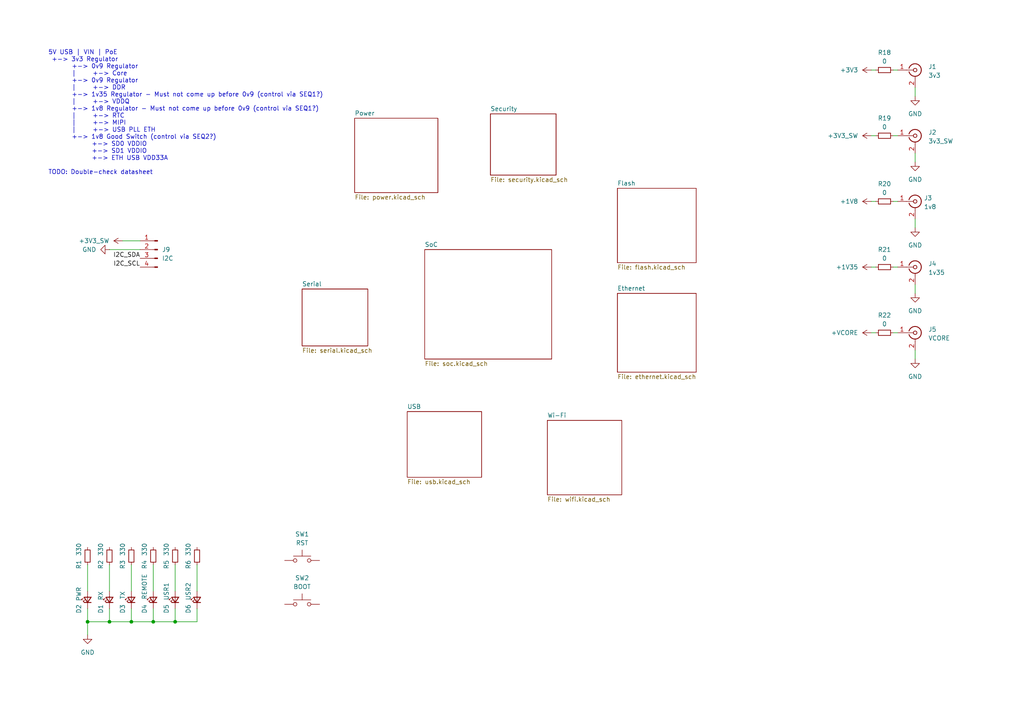
<source format=kicad_sch>
(kicad_sch (version 20231120) (generator "eeschema") (generator_version "8.0")
  (paper "A4")
  (title_block (title "Serial Server") (rev "0"))
  (lib_symbols
    (symbol "Connector:Conn_01x04_Pin" (pin_names (offset 1.016) hide)
      (property "Reference" "J" (at 0 5.08 0))
      (property "Value" "Conn_01x04_Pin" (at 0 -7.62 0))
      (symbol "Conn_01x04_Pin_1_1"
        (polyline (pts (xy 1.27 -5.08) (xy 0.8636 -5.08)) (stroke (width 0.1524)))
        (polyline (pts (xy 1.27 -2.54) (xy 0.8636 -2.54)) (stroke (width 0.1524)))
        (polyline (pts (xy 1.27 0) (xy 0.8636 0)) (stroke (width 0.1524)))
        (polyline (pts (xy 1.27 2.54) (xy 0.8636 2.54)) (stroke (width 0.1524)))
        (rectangle (start 0.8636 -4.953) (end 0 -5.207) (stroke (width 0.1524)) (fill (type outline)))
        (rectangle (start 0.8636 -2.413) (end 0 -2.667) (stroke (width 0.1524)) (fill (type outline)))
        (rectangle (start 0.8636 0.127) (end 0 -0.127) (stroke (width 0.1524)) (fill (type outline)))
        (rectangle (start 0.8636 2.667) (end 0 2.413) (stroke (width 0.1524)) (fill (type outline)))
        (pin passive line (at 5.08 2.54 180) (length 3.81) (name "Pin_1") (number "1"))
        (pin passive line (at 5.08 0 180) (length 3.81) (name "Pin_2") (number "2"))
        (pin passive line (at 5.08 -2.54 180) (length 3.81) (name "Pin_3") (number "3"))
        (pin passive line (at 5.08 -5.08 180) (length 3.81) (name "Pin_4") (number "4"))
      )
    )
    (symbol "Connector:Conn_Coaxial" (pin_names (offset 1.016) hide)
      (property "Reference" "J" (at 0.254 3.048 0))
      (property "Value" "Conn_Coaxial" (at 2.921 0 90))
      (symbol "Conn_Coaxial_0_1"
        (arc (start -1.778 -0.508) (mid 0.2311 -1.8066) (end 1.778 0) (stroke (width 0.254)))
        (polyline (pts (xy -2.54 0) (xy -0.508 0)))
        (polyline (pts (xy 0 -2.54) (xy 0 -1.778)))
        (circle (center 0 0) (radius 0.508) (stroke (width 0.2032)))
        (arc (start 1.778 0) (mid 0.2099 1.8101) (end -1.778 0.508) (stroke (width 0.254)))
      )
      (symbol "Conn_Coaxial_1_1"
        (pin passive line (at -5.08 0 0) (length 2.54) (name "In") (number "1"))
        (pin passive line (at 0 -5.08 90) (length 2.54) (name "Ext") (number "2"))
      )
    )
    (symbol "Device:LED_Small" (pin_numbers hide) (pin_names (offset 0.254) hide)
      (property "Reference" "D" (at -1.27 3.175 0))
      (property "Value" "LED_Small" (at -4.445 -2.54 0))
      (symbol "LED_Small_0_1"
        (polyline (pts (xy -0.762 -1.016) (xy -0.762 1.016)) (stroke (width 0.254)))
        (polyline (pts (xy 1.016 0) (xy -0.762 0)))
        (polyline (pts (xy 0.762 -1.016) (xy -0.762 0) (xy 0.762 1.016) (xy 0.762 -1.016)) (stroke (width 0.254)))
        (polyline (pts (xy 0 0.762) (xy -0.508 1.27) (xy -0.254 1.27) (xy -0.508 1.27) (xy -0.508 1.016)))
        (polyline (pts (xy 0.508 1.27) (xy 0 1.778) (xy 0.254 1.778) (xy 0 1.778) (xy 0 1.524)))
      )
      (symbol "LED_Small_1_1"
        (pin passive line (at -2.54 0 0) (length 1.778) (name "K") (number "1"))
        (pin passive line (at 2.54 0 180) (length 1.778) (name "A") (number "2"))
      )
    )
    (symbol "Device:R_Small" (pin_numbers hide) (pin_names (offset 0.254) hide)
      (property "Reference" "R" (at 0.762 0.508 0))
      (property "Value" "R_Small" (at 0.762 -1.016 0))
      (symbol "R_Small_0_1"
        (rectangle (start -0.762 1.778) (end 0.762 -1.778) (stroke (width 0.2032)))
      )
      (symbol "R_Small_1_1"
        (pin passive line (at 0 2.54 270) (length 0.762) (name "~") (number "1"))
        (pin passive line (at 0 -2.54 90) (length 0.762) (name "~") (number "2"))
      )
    )
    (symbol "GND_1" (power) (pin_numbers hide) (pin_names (offset 0) hide)
      (property "Value" "GND" (at 0 -3.81 0))
      (symbol "GND_1_0_1"
        (polyline (pts (xy 0 0) (xy 0 -1.27) (xy 1.27 -1.27) (xy 0 -2.54) (xy -1.27 -1.27) (xy 0 -1.27)))
      )
      (symbol "GND_1_1_1"
        (pin power_in line (at 0 0 270) (length 0) (name "~") (number "1"))
      )
    )
    (symbol "Switch:SW_Push" (pin_numbers hide) (pin_names (offset 1.016) hide)
      (property "Reference" "SW" (at 1.27 2.54 0))
      (property "Value" "SW_Push" (at 0 -1.524 0))
      (symbol "SW_Push_0_1"
        (circle (center -2.032 0) (radius 0.508))
        (polyline (pts (xy 0 1.27) (xy 0 3.048)))
        (polyline (pts (xy 2.54 1.27) (xy -2.54 1.27)))
        (circle (center 2.032 0) (radius 0.508))
        (pin passive line (at -5.08 0 0) (length 2.54) (name "1") (number "1"))
        (pin passive line (at 5.08 0 180) (length 2.54) (name "2") (number "2"))
      )
    )
    (symbol "Symbols:+3V3_SW" (power) (pin_names (offset 0))
      (property "Value" "+3V3_SW" (at 0 3.556 0))
      (symbol "+3V3_SW_0_1"
        (polyline (pts (xy -0.762 1.27) (xy 0 2.54)))
        (polyline (pts (xy 0 0) (xy 0 2.54)))
        (polyline (pts (xy 0 2.54) (xy 0.762 1.27)))
      )
      (symbol "+3V3_SW_1_1"
        (pin power_in line (at 0 0 90) (length 0) hide (name "+3V3_SW") (number "1"))
      )
    )
    (symbol "Symbols:+VCORE" (power) (in_bom no) (on_board no)
      (property "Value" "+VCORE" (at 0 3.81 0))
      (symbol "+VCORE_0_1"
        (polyline (pts (xy -0.762 1.27) (xy 0 2.54)))
        (polyline (pts (xy 0 0) (xy 0 2.54)))
        (polyline (pts (xy 0 2.54) (xy 0.762 1.27)))
      )
      (symbol "+VCORE_1_1"
        (pin power_in line (at 0 0 90) (length 0) hide (name "+VCORE") (number "1"))
      )
    )
    (symbol "power:+1V35" (power) (pin_names (offset 0))
      (property "Value" "+1V35" (at 0 3.556 0))
      (symbol "+1V35_0_1"
        (polyline (pts (xy -0.762 1.27) (xy 0 2.54)))
        (polyline (pts (xy 0 0) (xy 0 2.54)))
        (polyline (pts (xy 0 2.54) (xy 0.762 1.27)))
      )
      (symbol "+1V35_1_1"
        (pin power_in line (at 0 0 90) (length 0) hide (name "+1V35") (number "1"))
      )
    )
    (symbol "power:+1V8" (power) (pin_names (offset 0))
      (property "Value" "+1V8" (at 0 3.556 0))
      (symbol "+1V8_0_1"
        (polyline (pts (xy -0.762 1.27) (xy 0 2.54)))
        (polyline (pts (xy 0 0) (xy 0 2.54)))
        (polyline (pts (xy 0 2.54) (xy 0.762 1.27)))
      )
      (symbol "+1V8_1_1"
        (pin power_in line (at 0 0 90) (length 0) hide (name "+1V8") (number "1"))
      )
    )
    (symbol "power:+3V3" (power) (pin_names (offset 0))
      (property "Value" "+3V3" (at 0 3.556 0))
      (symbol "+3V3_0_1"
        (polyline (pts (xy -0.762 1.27) (xy 0 2.54)))
        (polyline (pts (xy 0 0) (xy 0 2.54)))
        (polyline (pts (xy 0 2.54) (xy 0.762 1.27)))
      )
      (symbol "+3V3_1_1"
        (pin power_in line (at 0 0 90) (length 0) hide (name "+3V3") (number "1"))
      )
    )
    (symbol "power:GND" (power) (pin_names (offset 0))
      (property "Value" "GND" (at 0 -3.81 0))
      (symbol "GND_0_1"
        (polyline (pts (xy 0 0) (xy 0 -1.27) (xy 1.27 -1.27) (xy 0 -2.54) (xy -1.27 -1.27) (xy 0 -1.27)))
      )
      (symbol "GND_1_1"
        (pin power_in line (at 0 0 270) (length 0) hide (name "GND") (number "1"))
      )
    )
  )
  (junction (at 38.1 180.34))
  (junction (at 44.45 180.34))
  (junction (at 31.75 180.34))
  (junction (at 25.4 180.34))
  (junction (at 50.8 180.34))
  (wire (pts (xy 25.4 163.83) (xy 25.4 171.45)))
  (wire (pts (xy 31.75 72.39) (xy 40.64 72.39)))
  (wire (pts (xy 57.15 180.34) (xy 50.8 180.34)))
  (wire (pts (xy 252.73 77.47) (xy 254 77.47)))
  (wire (pts (xy 259.08 96.52) (xy 260.35 96.52)))
  (wire (pts (xy 44.45 163.83) (xy 44.45 171.45)))
  (wire (pts (xy 38.1 180.34) (xy 31.75 180.34)))
  (wire (pts (xy 31.75 180.34) (xy 25.4 180.34)))
  (wire (pts (xy 252.73 58.42) (xy 254 58.42)))
  (wire (pts (xy 265.43 82.55) (xy 265.43 85.09)))
  (wire (pts (xy 31.75 163.83) (xy 31.75 171.45)))
  (wire (pts (xy 252.73 20.32) (xy 254 20.32)))
  (wire (pts (xy 259.08 77.47) (xy 260.35 77.47)))
  (wire (pts (xy 265.43 101.6) (xy 265.43 104.14)))
  (wire (pts (xy 31.75 176.53) (xy 31.75 180.34)))
  (wire (pts (xy 265.43 63.5) (xy 265.43 66.04)))
  (wire (pts (xy 25.4 176.53) (xy 25.4 180.34)))
  (wire (pts (xy 252.73 39.37) (xy 254 39.37)))
  (wire (pts (xy 35.56 69.85) (xy 40.64 69.85)))
  (wire (pts (xy 50.8 176.53) (xy 50.8 180.34)))
  (wire (pts (xy 50.8 180.34) (xy 44.45 180.34)))
  (wire (pts (xy 265.43 25.4) (xy 265.43 27.94)))
  (wire (pts (xy 259.08 20.32) (xy 260.35 20.32)))
  (wire (pts (xy 259.08 58.42) (xy 260.35 58.42)))
  (wire (pts (xy 259.08 39.37) (xy 260.35 39.37)))
  (wire (pts (xy 50.8 163.83) (xy 50.8 171.45)))
  (wire (pts (xy 38.1 163.83) (xy 38.1 171.45)))
  (wire (pts (xy 44.45 180.34) (xy 38.1 180.34)))
  (wire (pts (xy 38.1 176.53) (xy 38.1 180.34)))
  (wire (pts (xy 57.15 176.53) (xy 57.15 180.34)))
  (wire (pts (xy 265.43 44.45) (xy 265.43 46.99)))
  (wire (pts (xy 252.73 96.52) (xy 254 96.52)))
  (wire (pts (xy 44.45 176.53) (xy 44.45 180.34)))
  (wire (pts (xy 25.4 180.34) (xy 25.4 184.15)))
  (wire (pts (xy 57.15 163.83) (xy 57.15 171.45)))
  (text "5V USB | VIN | PoE\n +-> 3v3 Regulator\n       +-> 0v9 Regulator\n       |     +-> Core\n       +-> 0v9 Regulator\n       |     +-> DDR\n       +-> 1v35 Regulator - Must not come up before 0v9 (control via SEQ1?)\n       |     +-> VDDQ\n       +-> 1v8 Regulator - Must not come up before 0v9 (control via SEQ1?)\n       |     +-> RTC\n       |     +-> MIPI\n       |     +-> USB PLL ETH\n       +-> 1v8 Good Switch (control via SEQ2?)\n             +-> SD0 VDDIO\n             +-> SD1 VDDIO\n             +-> ETH USB VDD33A\n\nTODO: Double-check datasheet" (at 13.97 50.8 0) (effects (font (size 1.27 1.27)) (justify left bottom)))
  (label "I2C_SCL" (at 40.64 77.47 180))
  (label "I2C_SDA" (at 40.64 74.93 180))
  (symbol (lib_id "Device:R_Small") (at 50.8 161.29 0) (unit 1)
    (property "Reference" "R5" (at 48.26 165.1 90) (effects (justify left)))
    (property "Value" "330" (at 48.26 161.29 90) (effects (justify left)))
    (property "Footprint" "Resistor_SMD:R_0603_1608Metric" (effects (hide yes)))
  )
  (symbol (lib_id "Connector:Conn_Coaxial") (at 265.43 77.47 0) (unit 1)
    (property "Reference" "J4" (at 269.24 76.4932 0) (effects (justify left)))
    (property "Value" "1v35" (at 269.24 79.0332 0) (effects (justify left)))
    (property "Footprint" "Footprints:TE_CONN_2337019-1" (effects (hide yes)))
    (property "Datasheet" " ~" (effects (hide yes)))
  )
  (symbol (lib_id "power:GND") (at 265.43 46.99 0) (unit 1)
    (property "Reference" "#PWR031" (effects (hide yes)))
    (property "Value" "GND" (at 265.43 52.07 0))
  )
  (symbol (lib_id "Switch:SW_Push") (at 87.63 162.56 0) (unit 1)
    (property "Reference" "SW1" (at 87.63 154.94 0))
    (property "Value" "RST" (at 87.63 157.48 0))
  )
  (symbol (lib_id "power:GND") (at 25.4 184.15 0) (unit 1)
    (property "Reference" "#PWR01" (effects (hide yes)))
    (property "Value" "GND" (at 25.4 189.23 0))
  )
  (symbol (lib_id "Device:LED_Small") (at 25.4 173.99 90) (unit 1)
    (property "Reference" "D2" (at 22.86 175.26 0) (effects (justify right)))
    (property "Value" "PWR" (at 22.86 170.18 0) (effects (justify right)))
    (property "Footprint" "LED_SMD:LED_0603_1608Metric" (effects (hide yes)))
  )
  (symbol (lib_id "Switch:SW_Push") (at 87.63 175.26 0) (unit 1)
    (property "Reference" "SW2" (at 87.63 167.64 0))
    (property "Value" "BOOT" (at 87.63 170.18 0))
  )
  (symbol (lib_id "Device:R_Small") (at 38.1 161.29 0) (unit 1)
    (property "Reference" "R3" (at 35.56 165.1 90) (effects (justify left)))
    (property "Value" "330" (at 35.56 161.29 90) (effects (justify left)))
    (property "Footprint" "Resistor_SMD:R_0603_1608Metric" (effects (hide yes)))
  )
  (symbol (lib_id "Device:LED_Small") (at 50.8 173.99 90) (unit 1)
    (property "Reference" "D5" (at 48.26 175.26 0) (effects (justify right)))
    (property "Value" "USR1" (at 48.26 168.91 0) (effects (justify right)))
    (property "Footprint" "LED_SMD:LED_0603_1608Metric" (effects (hide yes)))
  )
  (symbol (lib_id "power:GND") (at 265.43 104.14 0) (unit 1)
    (property "Reference" "#PWR034" (effects (hide yes)))
    (property "Value" "GND" (at 265.43 109.22 0))
  )
  (symbol (lib_id "Symbols:+3V3_SW") (at 252.73 39.37 90) (unit 1)
    (property "Reference" "#PWR029" (effects (hide yes)))
    (property "Value" "+3V3_SW" (at 248.92 39.37 90) (effects (justify left)))
  )
  (symbol (lib_id "power:GND") (at 265.43 66.04 0) (unit 1)
    (property "Reference" "#PWR032" (effects (hide yes)))
    (property "Value" "GND" (at 265.43 71.12 0))
  )
  (symbol (lib_id "Device:LED_Small") (at 57.15 173.99 90) (unit 1)
    (property "Reference" "D6" (at 54.61 175.26 0) (effects (justify right)))
    (property "Value" "USR2" (at 54.61 168.91 0) (effects (justify right)))
    (property "Footprint" "LED_SMD:LED_0603_1608Metric" (effects (hide yes)))
  )
  (symbol (lib_id "Connector:Conn_Coaxial") (at 265.43 20.32 0) (unit 1)
    (property "Reference" "J1" (at 269.24 19.3432 0) (effects (justify left)))
    (property "Value" "3v3" (at 269.24 21.8832 0) (effects (justify left)))
    (property "Footprint" "Footprints:TE_CONN_2337019-1" (effects (hide yes)))
    (property "Datasheet" " ~" (effects (hide yes)))
  )
  (symbol (lib_name "GND_1") (lib_id "power:GND") (at 31.75 72.39 270) (unit 1)
    (property "Reference" "#PWR051" (effects (hide yes)))
    (property "Value" "GND" (at 27.94 72.3899 90) (effects (justify right)))
    (property "Description" "Power symbol creates a global label with name \"GND\" , ground" (effects (hide yes)))
  )
  (symbol (lib_id "Device:R_Small") (at 31.75 161.29 0) (unit 1)
    (property "Reference" "R2" (at 29.21 165.1 90) (effects (justify left)))
    (property "Value" "330" (at 29.21 161.29 90) (effects (justify left)))
    (property "Footprint" "Resistor_SMD:R_0603_1608Metric" (effects (hide yes)))
  )
  (symbol (lib_id "Device:R_Small") (at 256.54 77.47 90) (unit 1)
    (property "Reference" "R21" (at 256.54 72.39 90))
    (property "Value" "0" (at 256.54 74.93 90))
    (property "Footprint" "Resistor_SMD:R_0402_1005Metric" (effects (hide yes)))
  )
  (symbol (lib_id "Connector:Conn_Coaxial") (at 265.43 39.37 0) (unit 1)
    (property "Reference" "J2" (at 269.24 38.3932 0) (effects (justify left)))
    (property "Value" "3v3_SW" (at 269.24 40.9332 0) (effects (justify left)))
    (property "Footprint" "Footprints:TE_CONN_2337019-1" (effects (hide yes)))
    (property "Datasheet" " ~" (effects (hide yes)))
  )
  (symbol (lib_id "Device:R_Small") (at 256.54 96.52 90) (unit 1)
    (property "Reference" "R22" (at 256.54 91.44 90))
    (property "Value" "0" (at 256.54 93.98 90))
    (property "Footprint" "Resistor_SMD:R_0402_1005Metric" (effects (hide yes)))
  )
  (symbol (lib_id "Device:LED_Small") (at 31.75 173.99 90) (unit 1)
    (property "Reference" "D1" (at 29.21 175.26 0) (effects (justify right)))
    (property "Value" "RX" (at 29.21 171.45 0) (effects (justify right)))
    (property "Footprint" "LED_SMD:LED_0603_1608Metric" (effects (hide yes)))
  )
  (symbol (lib_id "power:+1V35") (at 252.73 77.47 90) (unit 1)
    (property "Reference" "#PWR027" (effects (hide yes)))
    (property "Value" "+1V35" (at 248.92 77.47 90) (effects (justify left)))
  )
  (symbol (lib_id "Connector:Conn_01x04_Pin") (at 45.72 72.39 0) (mirror y) (unit 1)
    (property "Reference" "J9" (at 46.99 72.3899 0) (effects (justify right)))
    (property "Value" "I2C" (at 46.99 74.9299 0) (effects (justify right)))
    (property "Footprint" "Connector_PinHeader_1.27mm:PinHeader_1x04_P1.27mm_Vertical" (effects (hide yes)))
    (property "Description" "Generic connector, single row, 01x04, script generated" (effects (hide yes)))
  )
  (symbol (lib_id "power:+3V3") (at 252.73 20.32 90) (unit 1)
    (property "Reference" "#PWR030" (effects (hide yes)))
    (property "Value" "+3V3" (at 248.92 20.32 90) (effects (justify left)))
  )
  (symbol (lib_id "Device:LED_Small") (at 44.45 173.99 90) (unit 1)
    (property "Reference" "D4" (at 41.91 175.26 0) (effects (justify right)))
    (property "Value" "REMOTE" (at 41.91 166.37 0) (effects (justify right)))
    (property "Footprint" "LED_SMD:LED_0603_1608Metric" (effects (hide yes)))
  )
  (symbol (lib_id "power:GND") (at 265.43 85.09 0) (unit 1)
    (property "Reference" "#PWR033" (effects (hide yes)))
    (property "Value" "GND" (at 265.43 90.17 0))
  )
  (symbol (lib_id "Connector:Conn_Coaxial") (at 265.43 58.42 0) (unit 1)
    (property "Reference" "J3" (at 267.97 57.4432 0) (effects (justify left)))
    (property "Value" "1v8" (at 267.97 59.9832 0) (effects (justify left)))
    (property "Footprint" "Footprints:TE_CONN_2337019-1" (effects (hide yes)))
    (property "Datasheet" " ~" (effects (hide yes)))
  )
  (symbol (lib_id "Device:R_Small") (at 256.54 58.42 90) (unit 1)
    (property "Reference" "R20" (at 256.54 53.34 90))
    (property "Value" "0" (at 256.54 55.88 90))
    (property "Footprint" "Resistor_SMD:R_0402_1005Metric" (effects (hide yes)))
  )
  (symbol (lib_id "power:GND") (at 265.43 27.94 0) (unit 1)
    (property "Reference" "#PWR025" (effects (hide yes)))
    (property "Value" "GND" (at 265.43 33.02 0))
  )
  (symbol (lib_id "Symbols:+3V3_SW") (at 35.56 69.85 90) (unit 1)
    (property "Reference" "#PWR052" (effects (hide yes)))
    (property "Value" "+3V3_SW" (at 31.75 69.8499 90) (effects (justify left)))
    (property "Description" "Power symbol creates a global label with name \"+3V3_SW\"" (effects (hide yes)))
  )
  (symbol (lib_id "Device:R_Small") (at 57.15 161.29 0) (unit 1)
    (property "Reference" "R6" (at 54.61 165.1 90) (effects (justify left)))
    (property "Value" "330" (at 54.61 161.29 90) (effects (justify left)))
    (property "Footprint" "Resistor_SMD:R_0603_1608Metric" (effects (hide yes)))
  )
  (symbol (lib_id "Device:R_Small") (at 44.45 161.29 0) (unit 1)
    (property "Reference" "R4" (at 41.91 165.1 90) (effects (justify left)))
    (property "Value" "330" (at 41.91 161.29 90) (effects (justify left)))
    (property "Footprint" "Resistor_SMD:R_0603_1608Metric" (effects (hide yes)))
  )
  (symbol (lib_id "Connector:Conn_Coaxial") (at 265.43 96.52 0) (unit 1)
    (property "Reference" "J5" (at 269.24 95.5432 0) (effects (justify left)))
    (property "Value" "VCORE" (at 269.24 98.0832 0) (effects (justify left)))
    (property "Footprint" "Footprints:TE_CONN_2337019-1" (effects (hide yes)))
    (property "Datasheet" " ~" (effects (hide yes)))
  )
  (symbol (lib_id "Device:R_Small") (at 256.54 39.37 90) (unit 1)
    (property "Reference" "R19" (at 256.54 34.29 90))
    (property "Value" "0" (at 256.54 36.83 90))
    (property "Footprint" "Resistor_SMD:R_0402_1005Metric" (effects (hide yes)))
  )
  (symbol (lib_id "Device:R_Small") (at 256.54 20.32 90) (unit 1)
    (property "Reference" "R18" (at 256.54 15.24 90))
    (property "Value" "0" (at 256.54 17.78 90))
    (property "Footprint" "Resistor_SMD:R_0402_1005Metric" (effects (hide yes)))
  )
  (symbol (lib_id "Device:R_Small") (at 25.4 161.29 0) (unit 1)
    (property "Reference" "R1" (at 22.86 165.1 90) (effects (justify left)))
    (property "Value" "330" (at 22.86 161.29 90) (effects (justify left)))
    (property "Footprint" "Resistor_SMD:R_0603_1608Metric" (effects (hide yes)))
  )
  (symbol (lib_id "Device:LED_Small") (at 38.1 173.99 90) (unit 1)
    (property "Reference" "D3" (at 35.56 175.26 0) (effects (justify right)))
    (property "Value" "TX" (at 35.56 171.45 0) (effects (justify right)))
    (property "Footprint" "LED_SMD:LED_0603_1608Metric" (effects (hide yes)))
  )
  (symbol (lib_id "power:+1V8") (at 252.73 58.42 90) (unit 1)
    (property "Reference" "#PWR028" (effects (hide yes)))
    (property "Value" "+1V8" (at 248.92 58.42 90) (effects (justify left)))
  )
  (symbol (lib_id "Symbols:+VCORE") (at 252.73 96.52 90) (unit 1) (in_bom no) (on_board no)
    (property "Reference" "#PWR026" (effects (hide yes)))
    (property "Value" "+VCORE" (at 248.92 96.52 90) (effects (justify left)))
  )
  (sheet (at 179.07 54.61) (size 22.86 21.59) (stroke (width 0.1524))
    (property "Sheetname" "Flash" (at 179.07 53.8984 0) (effects (justify left bottom)))
    (property "Sheetfile" "flash.kicad_sch" (at 179.07 76.7846 0) (effects (justify left top)))
  )
  (sheet (at 118.11 119.38) (size 21.59 19.05) (stroke (width 0.1524))
    (property "Sheetname" "USB" (at 118.11 118.6684 0) (effects (justify left bottom)))
    (property "Sheetfile" "usb.kicad_sch" (at 118.11 139.0146 0) (effects (justify left top)))
  )
  (sheet (at 123.19 72.39) (size 36.83 31.75) (stroke (width 0.1524))
    (property "Sheetname" "SoC" (at 123.19 71.6784 0) (effects (justify left bottom)))
    (property "Sheetfile" "soc.kicad_sch" (at 123.19 104.7246 0) (effects (justify left top)))
  )
  (sheet (at 87.63 83.82) (size 19.05 16.51) (stroke (width 0.1524))
    (property "Sheetname" "Serial" (at 87.63 83.1084 0) (effects (justify left bottom)))
    (property "Sheetfile" "serial.kicad_sch" (at 87.63 100.9146 0) (effects (justify left top)))
  )
  (sheet (at 179.07 85.09) (size 22.86 22.86) (stroke (width 0.1524))
    (property "Sheetname" "Ethernet" (at 179.07 84.3784 0) (effects (justify left bottom)))
    (property "Sheetfile" "ethernet.kicad_sch" (at 179.07 108.5346 0) (effects (justify left top)))
  )
  (sheet (at 158.75 121.92) (size 21.59 21.59) (stroke (width 0.1524))
    (property "Sheetname" "Wi-Fi" (at 158.75 121.2084 0) (effects (justify left bottom)))
    (property "Sheetfile" "wifi.kicad_sch" (at 158.75 144.0946 0) (effects (justify left top)))
  )
  (sheet (at 102.87 34.29) (size 24.13 21.59) (stroke (width 0.1524))
    (property "Sheetname" "Power" (at 102.87 33.5784 0) (effects (justify left bottom)))
    (property "Sheetfile" "power.kicad_sch" (at 102.87 56.4646 0) (effects (justify left top)))
  )
  (sheet (at 142.24 33.02) (size 19.05 17.78) (stroke (width 0.1524))
    (property "Sheetname" "Security" (at 142.24 32.3084 0) (effects (justify left bottom)))
    (property "Sheetfile" "security.kicad_sch" (at 142.24 51.3846 0) (effects (justify left top)))
  )
)
</source>
